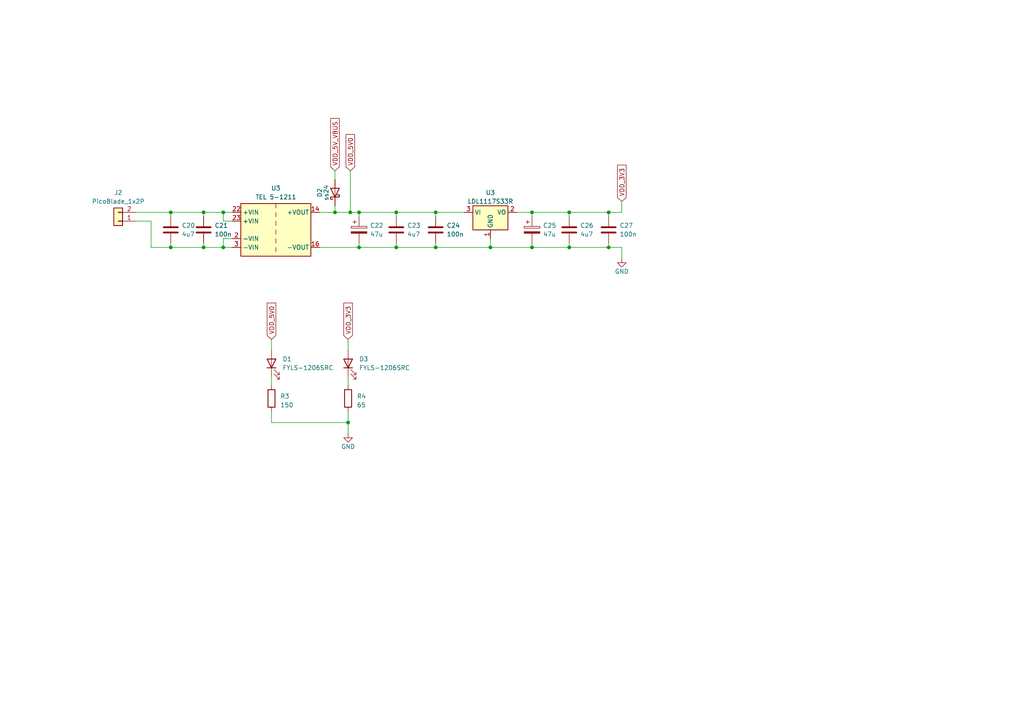
<source format=kicad_sch>
(kicad_sch (version 20231120) (generator "eeschema") (generator_version "8.0")
  (paper "A4")
  (lib_symbols
    (symbol "Connector_Generic:Conn_01x02" (pin_names (offset 1.016) hide)
      (property "Reference" "J" (at 0 2.54 0))
      (property "Value" "Conn_01x02" (at 0 -5.08 0))
      (symbol "Conn_01x02_1_1"
        (rectangle (start -1.27 -2.413) (end 0 -2.667) (stroke (width 0.1524)))
        (rectangle (start -1.27 0.127) (end 0 -0.127) (stroke (width 0.1524)))
        (rectangle (start -1.27 1.27) (end 1.27 -3.81) (stroke (width 0.254)) (fill (type background)))
        (pin passive line (at -5.08 0 0) (length 3.81) (name "Pin_1") (number "1"))
        (pin passive line (at -5.08 -2.54 0) (length 3.81) (name "Pin_2") (number "2"))
      )
    )
    (symbol "Device:C" (pin_numbers hide) (pin_names (offset 0.254))
      (property "Reference" "C" (at 0.635 2.54 0))
      (property "Value" "C" (at 0.635 -2.54 0))
      (symbol "C_0_1"
        (polyline (pts (xy -2.032 -0.762) (xy 2.032 -0.762)) (stroke (width 0.508)))
        (polyline (pts (xy -2.032 0.762) (xy 2.032 0.762)) (stroke (width 0.508)))
      )
      (symbol "C_1_1"
        (pin passive line (at 0 3.81 270) (length 2.794) (name "~") (number "1"))
        (pin passive line (at 0 -3.81 90) (length 2.794) (name "~") (number "2"))
      )
    )
    (symbol "Device:C_Polarized" (pin_numbers hide) (pin_names (offset 0.254))
      (property "Reference" "C" (at 0.635 2.54 0))
      (property "Value" "C_Polarized" (at 0.635 -2.54 0))
      (symbol "C_Polarized_0_1"
        (rectangle (start -2.286 0.508) (end 2.286 1.016))
        (polyline (pts (xy -1.778 2.286) (xy -0.762 2.286)))
        (polyline (pts (xy -1.27 2.794) (xy -1.27 1.778)))
        (rectangle (start 2.286 -0.508) (end -2.286 -1.016) (fill (type outline)))
      )
      (symbol "C_Polarized_1_1"
        (pin passive line (at 0 3.81 270) (length 2.794) (name "~") (number "1"))
        (pin passive line (at 0 -3.81 90) (length 2.794) (name "~") (number "2"))
      )
    )
    (symbol "Device:D_Schottky" (pin_numbers hide) (pin_names (offset 1.016) hide)
      (property "Reference" "D" (at 0 2.54 0))
      (property "Value" "D_Schottky" (at 0 -2.54 0))
      (symbol "D_Schottky_0_1"
        (polyline (pts (xy 1.27 0) (xy -1.27 0)))
        (polyline (pts (xy 1.27 1.27) (xy 1.27 -1.27) (xy -1.27 0) (xy 1.27 1.27)) (stroke (width 0.254)))
        (polyline (pts (xy -1.905 0.635) (xy -1.905 1.27) (xy -1.27 1.27) (xy -1.27 -1.27) (xy -0.635 -1.27) (xy -0.635 -0.635)) (stroke (width 0.254)))
      )
      (symbol "D_Schottky_1_1"
        (pin passive line (at -3.81 0 0) (length 2.54) (name "K") (number "1"))
        (pin passive line (at 3.81 0 180) (length 2.54) (name "A") (number "2"))
      )
    )
    (symbol "Device:LED" (pin_numbers hide) (pin_names (offset 1.016) hide)
      (property "Reference" "D" (at 0 2.54 0))
      (property "Value" "LED" (at 0 -2.54 0))
      (symbol "LED_0_1"
        (polyline (pts (xy -1.27 -1.27) (xy -1.27 1.27)) (stroke (width 0.254)))
        (polyline (pts (xy -1.27 0) (xy 1.27 0)))
        (polyline (pts (xy 1.27 -1.27) (xy 1.27 1.27) (xy -1.27 0) (xy 1.27 -1.27)) (stroke (width 0.254)))
        (polyline (pts (xy -3.048 -0.762) (xy -4.572 -2.286) (xy -3.81 -2.286) (xy -4.572 -2.286) (xy -4.572 -1.524)))
        (polyline (pts (xy -1.778 -0.762) (xy -3.302 -2.286) (xy -2.54 -2.286) (xy -3.302 -2.286) (xy -3.302 -1.524)))
      )
      (symbol "LED_1_1"
        (pin passive line (at -3.81 0 0) (length 2.54) (name "K") (number "1"))
        (pin passive line (at 3.81 0 180) (length 2.54) (name "A") (number "2"))
      )
    )
    (symbol "Device:R" (pin_numbers hide) (pin_names (offset 0))
      (property "Reference" "R" (at 2.032 0 90))
      (property "Value" "R" (at 0 0 90))
      (symbol "R_0_1"
        (rectangle (start -1.016 -2.54) (end 1.016 2.54) (stroke (width 0.254)))
      )
      (symbol "R_1_1"
        (pin passive line (at 0 3.81 270) (length 1.27) (name "~") (number "1"))
        (pin passive line (at 0 -3.81 90) (length 1.27) (name "~") (number "2"))
      )
    )
    (symbol "Regulator_Linear:LD1117S33TR_SOT223"
      (property "Reference" "U" (at -3.81 3.175 0))
      (property "Value" "LD1117S33TR_SOT223" (at 0 3.175 0))
      (symbol "LD1117S33TR_SOT223_0_1"
        (rectangle (start -5.08 -5.08) (end 5.08 1.905) (stroke (width 0.254)) (fill (type background)))
      )
      (symbol "LD1117S33TR_SOT223_1_1"
        (pin power_in line (at 0 -7.62 90) (length 2.54) (name "GND") (number "1"))
        (pin power_out line (at 7.62 0 180) (length 2.54) (name "VO") (number "2"))
        (pin power_in line (at -7.62 0 0) (length 2.54) (name "VI") (number "3"))
      )
    )
    (symbol "TMR-1211_1"
      (property "Reference" "U3" (at 0 12.065 0))
      (property "Value" "TEL 5-1211" (at 0 9.525 0))
      (symbol "TMR-1211_1_0_1"
        (rectangle (start -10.16 7.62) (end 10.16 -7.62) (stroke (width 0.254)) (fill (type background)))
        (polyline (pts (xy 0 -5.08) (xy 0 -6.35)))
        (polyline (pts (xy 0 -2.54) (xy 0 -3.81)))
        (polyline (pts (xy 0 0) (xy 0 -1.27)))
        (polyline (pts (xy 0 2.54) (xy 0 1.27)))
        (polyline (pts (xy 0 5.08) (xy 0 3.81)))
        (polyline (pts (xy 0 7.62) (xy 0 6.35)))
      )
      (symbol "TMR-1211_1_1_1"
        (pin power_out line (at 12.7 5.08 180) (length 2.54) (name "+VOUT") (number "14"))
        (pin power_out line (at 12.7 -5.08 180) (length 2.54) (name "-VOUT") (number "16"))
        (pin power_in line (at -12.7 -2.54 0) (length 2.54) (name "-VIN") (number "2"))
        (pin power_in line (at -12.7 5.08 0) (length 2.54) (name "+VIN") (number "22"))
        (pin power_in line (at -12.7 2.54 0) (length 2.54) (name "+VIN") (number "23"))
        (pin power_in line (at -12.7 -5.08 0) (length 2.54) (name "-VIN") (number "3"))
      )
    )
    (symbol "power:GND" (power) (pin_names (offset 0))
      (property "Value" "GND" (at 0 -3.81 0))
      (symbol "GND_0_1"
        (polyline (pts (xy 0 0) (xy 0 -1.27) (xy 1.27 -1.27) (xy 0 -2.54) (xy -1.27 -1.27) (xy 0 -1.27)))
      )
      (symbol "GND_1_1"
        (pin power_in line (at 0 0 270) (length 0) hide (name "GND") (number "1"))
      )
    )
  )
  (junction (at 126.365 71.755))
  (junction (at 49.53 61.595))
  (junction (at 101.6 61.595))
  (junction (at 154.305 71.755))
  (junction (at 176.53 71.755))
  (junction (at 114.935 71.755))
  (junction (at 176.53 61.595))
  (junction (at 59.055 61.595))
  (junction (at 104.14 61.595))
  (junction (at 49.53 71.755))
  (junction (at 64.77 61.595))
  (junction (at 100.965 122.555))
  (junction (at 154.305 61.595))
  (junction (at 97.155 61.595))
  (junction (at 165.1 71.755))
  (junction (at 142.24 71.755))
  (junction (at 165.1 61.595))
  (junction (at 104.14 71.755))
  (junction (at 126.365 61.595))
  (junction (at 59.055 71.755))
  (junction (at 114.935 61.595))
  (junction (at 64.77 71.755))
  (wire (pts (xy 126.365 61.595) (xy 126.365 62.865)))
  (wire (pts (xy 67.31 64.135) (xy 64.77 64.135)))
  (wire (pts (xy 97.155 59.69) (xy 97.155 61.595)))
  (wire (pts (xy 97.155 52.07) (xy 97.155 49.53)))
  (wire (pts (xy 39.37 61.595) (xy 49.53 61.595)))
  (wire (pts (xy 114.935 71.755) (xy 126.365 71.755)))
  (wire (pts (xy 59.055 61.595) (xy 64.77 61.595)))
  (wire (pts (xy 142.24 71.755) (xy 154.305 71.755)))
  (wire (pts (xy 154.305 61.595) (xy 165.1 61.595)))
  (wire (pts (xy 64.77 71.755) (xy 67.31 71.755)))
  (wire (pts (xy 104.14 61.595) (xy 114.935 61.595)))
  (wire (pts (xy 49.53 70.485) (xy 49.53 71.755)))
  (wire (pts (xy 104.14 71.755) (xy 114.935 71.755)))
  (wire (pts (xy 64.77 69.215) (xy 64.77 71.755)))
  (wire (pts (xy 64.77 64.135) (xy 64.77 61.595)))
  (wire (pts (xy 149.86 61.595) (xy 154.305 61.595)))
  (wire (pts (xy 154.305 61.595) (xy 154.305 62.865)))
  (wire (pts (xy 100.965 101.6) (xy 100.965 98.425)))
  (wire (pts (xy 78.74 119.38) (xy 78.74 122.555)))
  (wire (pts (xy 126.365 71.755) (xy 142.24 71.755)))
  (wire (pts (xy 43.815 64.135) (xy 39.37 64.135)))
  (wire (pts (xy 78.74 101.6) (xy 78.74 98.425)))
  (wire (pts (xy 100.965 125.73) (xy 100.965 122.555)))
  (wire (pts (xy 49.53 71.755) (xy 59.055 71.755)))
  (wire (pts (xy 165.1 61.595) (xy 176.53 61.595)))
  (wire (pts (xy 101.6 61.595) (xy 104.14 61.595)))
  (wire (pts (xy 104.14 61.595) (xy 104.14 62.865)))
  (wire (pts (xy 176.53 61.595) (xy 176.53 62.865)))
  (wire (pts (xy 92.71 71.755) (xy 104.14 71.755)))
  (wire (pts (xy 126.365 61.595) (xy 134.62 61.595)))
  (wire (pts (xy 49.53 61.595) (xy 59.055 61.595)))
  (wire (pts (xy 59.055 62.865) (xy 59.055 61.595)))
  (wire (pts (xy 114.935 61.595) (xy 126.365 61.595)))
  (wire (pts (xy 49.53 71.755) (xy 43.815 71.755)))
  (wire (pts (xy 100.965 122.555) (xy 100.965 119.38)))
  (wire (pts (xy 180.34 58.42) (xy 180.34 61.595)))
  (wire (pts (xy 165.1 71.755) (xy 165.1 70.485)))
  (wire (pts (xy 165.1 61.595) (xy 165.1 62.865)))
  (wire (pts (xy 59.055 70.485) (xy 59.055 71.755)))
  (wire (pts (xy 59.055 71.755) (xy 64.77 71.755)))
  (wire (pts (xy 142.24 71.755) (xy 142.24 69.215)))
  (wire (pts (xy 114.935 71.755) (xy 114.935 70.485)))
  (wire (pts (xy 104.14 70.485) (xy 104.14 71.755)))
  (wire (pts (xy 49.53 61.595) (xy 49.53 62.865)))
  (wire (pts (xy 154.305 71.755) (xy 165.1 71.755)))
  (wire (pts (xy 126.365 70.485) (xy 126.365 71.755)))
  (wire (pts (xy 154.305 70.485) (xy 154.305 71.755)))
  (wire (pts (xy 97.155 61.595) (xy 101.6 61.595)))
  (wire (pts (xy 43.815 71.755) (xy 43.815 64.135)))
  (wire (pts (xy 101.6 61.595) (xy 101.6 49.53)))
  (wire (pts (xy 176.53 71.755) (xy 180.34 71.755)))
  (wire (pts (xy 78.74 109.22) (xy 78.74 111.76)))
  (wire (pts (xy 176.53 61.595) (xy 180.34 61.595)))
  (wire (pts (xy 100.965 109.22) (xy 100.965 111.76)))
  (wire (pts (xy 176.53 70.485) (xy 176.53 71.755)))
  (wire (pts (xy 67.31 69.215) (xy 64.77 69.215)))
  (wire (pts (xy 78.74 122.555) (xy 100.965 122.555)))
  (wire (pts (xy 114.935 61.595) (xy 114.935 62.865)))
  (wire (pts (xy 180.34 74.93) (xy 180.34 71.755)))
  (wire (pts (xy 165.1 71.755) (xy 176.53 71.755)))
  (wire (pts (xy 92.71 61.595) (xy 97.155 61.595)))
  (wire (pts (xy 64.77 61.595) (xy 67.31 61.595)))
  (global_label "VDD_5V0" (shape input) (at 101.6 49.53 90) (property "Intersheetrefs" "${INTERSHEET_REFS}" (effects (hide yes))))
  (global_label "VDD_5V_VBUS" (shape input) (at 97.155 49.53 90) (property "Intersheetrefs" "${INTERSHEET_REFS}" (effects (hide yes))))
  (global_label "VDD_3V3" (shape input) (at 100.965 98.425 90) (property "Intersheetrefs" "${INTERSHEET_REFS}" (effects (hide yes))))
  (global_label "VDD_5V0" (shape input) (at 78.74 98.425 90) (property "Intersheetrefs" "${INTERSHEET_REFS}" (effects (hide yes))))
  (global_label "VDD_3V3" (shape input) (at 180.34 58.42 90) (property "Intersheetrefs" "${INTERSHEET_REFS}" (effects (hide yes))))
  (symbol (lib_id "Device:R") (at 100.965 115.57 0) (unit 1)
    (property "Reference" "R4" (at 103.505 114.935 0) (effects (justify left)))
    (property "Value" "65" (at 103.505 117.475 0) (effects (justify left)))
    (property "Footprint" "Resistor_SMD:R_0603_1608Metric" (effects (hide yes)))
    (property "Ссылка" "https://www.chipdip.ru/product/0.1w-0603-75-om-1" (effects (hide yes)))
    (property "Цена" "5" (effects (hide yes)))
    (property "Человекопонятное название" "Резистор 65 Ом" (effects (hide yes)))
  )
  (symbol (lib_id "Device:C") (at 126.365 66.675 0) (unit 1)
    (property "Reference" "C24" (at 129.54 65.405 0) (effects (justify left)))
    (property "Value" "100n" (at 129.54 67.945 0) (effects (justify left)))
    (property "Footprint" "Capacitor_SMD:C_0805_2012Metric" (effects (hide yes)))
    (property "Ссылка" "https://www.chipdip.ru/product/grm21br71h104k" (effects (hide yes)))
    (property "Цена" "13" (effects (hide yes)))
    (property "Человекопонятное название" "Конденсатор 100нФ" (effects (hide yes)))
  )
  (symbol (lib_id "Device:LED") (at 100.965 105.41 90) (unit 1)
    (property "Reference" "D3" (at 104.14 104.14 90) (effects (justify right)))
    (property "Value" "FYLS-1206SRC" (at 104.14 106.68 90) (effects (justify right)))
    (property "Footprint" "Resistor_SMD:R_1206_3216Metric_Pad1.30x1.75mm_HandSolder" (effects (hide yes)))
    (property "Ссылка" "https://www.chipdip.ru/product0/8002031702" (effects (hide yes)))
    (property "Цена" "38" (effects (hide yes)))
    (property "Человекопонятное название" "Светодиод красный" (effects (hide yes)))
  )
  (symbol (lib_id "Regulator_Linear:LD1117S33TR_SOT223") (at 142.24 61.595 0) (unit 1)
    (property "Reference" "U3" (at 142.24 55.88 0))
    (property "Value" "LDL1117S33R" (at 142.24 58.42 0))
    (property "Footprint" "Package_TO_SOT_SMD:SOT-223-3_TabPin2" (effects (hide yes)))
    (property "Datasheet" "http://www.st.com/st-web-ui/static/active/en/resource/technical/document/datasheet/CD00000544.pdf" (effects (hide yes)))
    (property "Ссылка" "https://www.chipdip.ru/product/ldl1117s33r-stm" (effects (hide yes)))
    (property "Цена" "33" (effects (hide yes)))
    (property "Человекопонятное название" "LDO-стабилизатор напряжения" (effects (hide yes)))
  )
  (symbol (lib_name "TMR-1211_1") (lib_id "Converter_DCDC:TMR-1211") (at 80.01 66.675 0) (unit 1)
    (property "Reference" "U3" (at 80.01 54.61 0))
    (property "Value" "TEL 5-1211" (at 80.01 57.15 0))
    (property "Footprint" "user_lib:TEL 5-1211" (effects (hide yes)))
    (property "Ссылка" "https://www.chipdip.ru/product/tel-5-1211" (effects (hide yes)))
    (property "Цена" "2 500" (effects (hide yes)))
    (property "Человекопонятное название" "DC-DC преобразователь" (effects (hide yes)))
  )
  (symbol (lib_id "Device:C_Polarized") (at 104.14 66.675 0) (unit 1)
    (property "Reference" "C22" (at 107.315 65.405 0) (effects (justify left)))
    (property "Value" "47u" (at 107.315 67.945 0) (effects (justify left)))
    (property "Footprint" "Capacitor_SMD:CP_Elec_6.3x5.4" (effects (hide yes)))
    (property "Ссылка" "https://www.chipdip.ru/product0/9000565730" (effects (hide yes)))
    (property "Цена" "16" (effects (hide yes)))
    (property "Человекопонятное название" "Конденсатор 47мкФ" (effects (hide yes)))
  )
  (symbol (lib_id "power:GND") (at 100.965 125.73 0) (unit 1)
    (property "Reference" "#PWR010" (effects (hide yes)))
    (property "Value" "GND" (at 100.965 129.54 0))
  )
  (symbol (lib_id "Device:C") (at 165.1 66.675 0) (unit 1)
    (property "Reference" "C26" (at 168.275 65.405 0) (effects (justify left)))
    (property "Value" "4u7" (at 168.275 67.945 0) (effects (justify left)))
    (property "Footprint" "Capacitor_SMD:C_0805_2012Metric" (effects (hide yes)))
    (property "Ссылка" "https://www.chipdip.ru/product/grm21br61e475ka12l" (effects (hide yes)))
    (property "Цена" "13" (effects (hide yes)))
    (property "Человекопонятное название" "Конденсатор 4.7мкФ" (effects (hide yes)))
  )
  (symbol (lib_id "Device:C") (at 176.53 66.675 0) (unit 1)
    (property "Reference" "C27" (at 179.705 65.405 0) (effects (justify left)))
    (property "Value" "100n" (at 179.705 67.945 0) (effects (justify left)))
    (property "Footprint" "Capacitor_SMD:C_0805_2012Metric" (effects (hide yes)))
    (property "Ссылка" "https://www.chipdip.ru/product/grm21br71h104k" (effects (hide yes)))
    (property "Цена" "13" (effects (hide yes)))
    (property "Человекопонятное название" "Конденсатор 100нФ" (effects (hide yes)))
  )
  (symbol (lib_id "Device:D_Schottky") (at 97.155 55.88 90) (unit 1)
    (property "Reference" "D2" (at 92.71 55.88 0))
    (property "Value" "ss24" (at 94.615 55.88 0))
    (property "Footprint" "user_lib:SS24" (effects (hide yes)))
    (property "Ссылка" "https://www.chipdip.ru/product/ss24-umw" (effects (hide yes)))
    (property "Цена" "5" (effects (hide yes)))
    (property "Человекопонятное название" "Диод Шоттки" (effects (hide yes)))
  )
  (symbol (lib_id "Device:LED") (at 78.74 105.41 90) (unit 1)
    (property "Reference" "D1" (at 81.915 104.14 90) (effects (justify right)))
    (property "Value" "FYLS-1206SRC" (at 81.915 106.68 90) (effects (justify right)))
    (property "Footprint" "Resistor_SMD:R_1206_3216Metric_Pad1.30x1.75mm_HandSolder" (effects (hide yes)))
    (property "Ссылка" "https://www.chipdip.ru/product0/8002031702" (effects (hide yes)))
    (property "Цена" "38" (effects (hide yes)))
    (property "Человекопонятное название" "Светодиод красный" (effects (hide yes)))
  )
  (symbol (lib_id "Device:C") (at 59.055 66.675 0) (unit 1)
    (property "Reference" "C21" (at 62.23 65.405 0) (effects (justify left)))
    (property "Value" "100n" (at 62.23 67.945 0) (effects (justify left)))
    (property "Footprint" "Capacitor_SMD:C_0805_2012Metric" (effects (hide yes)))
    (property "Ссылка" "https://www.chipdip.ru/product/grm21br71h104k" (effects (hide yes)))
    (property "Цена" "13" (effects (hide yes)))
    (property "Человекопонятное название" "Конденсатор 100нФ" (effects (hide yes)))
  )
  (symbol (lib_id "Connector_Generic:Conn_01x02") (at 34.29 64.135 180) (unit 1)
    (property "Reference" "J2" (at 34.29 55.88 0))
    (property "Value" "PicoBlade_1x2P" (at 34.29 58.42 0))
    (property "Footprint" "Connector_Molex:Molex_PicoBlade_53047-0210_1x02_P1.25mm_Vertical" (effects (hide yes)))
    (property "Ссылка" "https://www.chipdip.ru/product/sct1251wv-2p" (effects (hide yes)))
    (property "Цена" "8" (effects (hide yes)))
    (property "Человекопонятное название" "Разъем Picoblade 1x2" (effects (hide yes)))
  )
  (symbol (lib_id "Device:C_Polarized") (at 154.305 66.675 0) (unit 1)
    (property "Reference" "C25" (at 157.48 65.405 0) (effects (justify left)))
    (property "Value" "47u" (at 157.48 67.945 0) (effects (justify left)))
    (property "Footprint" "Capacitor_SMD:CP_Elec_6.3x5.4" (effects (hide yes)))
    (property "Ссылка" "https://www.chipdip.ru/product0/9000565730" (effects (hide yes)))
    (property "Цена" "16" (effects (hide yes)))
    (property "Человекопонятное название" "Конденсатор 47мкФ" (effects (hide yes)))
  )
  (symbol (lib_id "power:GND") (at 180.34 74.93 0) (unit 1)
    (property "Reference" "#PWR011" (effects (hide yes)))
    (property "Value" "GND" (at 180.34 78.74 0))
  )
  (symbol (lib_id "Device:R") (at 78.74 115.57 0) (unit 1)
    (property "Reference" "R3" (at 81.28 114.935 0) (effects (justify left)))
    (property "Value" "150" (at 81.28 117.475 0) (effects (justify left)))
    (property "Footprint" "Resistor_SMD:R_0603_1608Metric" (effects (hide yes)))
    (property "Ссылка" "https://www.chipdip.ru/search?searchtext=150%D0%9E%D0%BC" (effects (hide yes)))
    (property "Цена" "5" (effects (hide yes)))
    (property "Человекопонятное название" "Резистор 150 Ом" (effects (hide yes)))
  )
  (symbol (lib_id "Device:C") (at 114.935 66.675 0) (unit 1)
    (property "Reference" "C23" (at 118.11 65.405 0) (effects (justify left)))
    (property "Value" "4u7" (at 118.11 67.945 0) (effects (justify left)))
    (property "Footprint" "Capacitor_SMD:C_0805_2012Metric" (effects (hide yes)))
    (property "Ссылка" "https://www.chipdip.ru/product/grm21br61e475ka12l" (effects (hide yes)))
    (property "Цена" "13" (effects (hide yes)))
    (property "Человекопонятное название" "Конденсатор 4.7мкФ" (effects (hide yes)))
  )
  (symbol (lib_id "Device:C") (at 49.53 66.675 0) (unit 1)
    (property "Reference" "C20" (at 52.705 65.405 0) (effects (justify left)))
    (property "Value" "4u7" (at 52.705 67.945 0) (effects (justify left)))
    (property "Footprint" "Capacitor_SMD:C_0805_2012Metric" (effects (hide yes)))
    (property "Ссылка" "https://www.chipdip.ru/product/grm21br61e475ka12l" (effects (hide yes)))
    (property "Цена" "13" (effects (hide yes)))
    (property "Человекопонятное название" "Конденсатор 4.7мкФ" (effects (hide yes)))
  )
)
</source>
